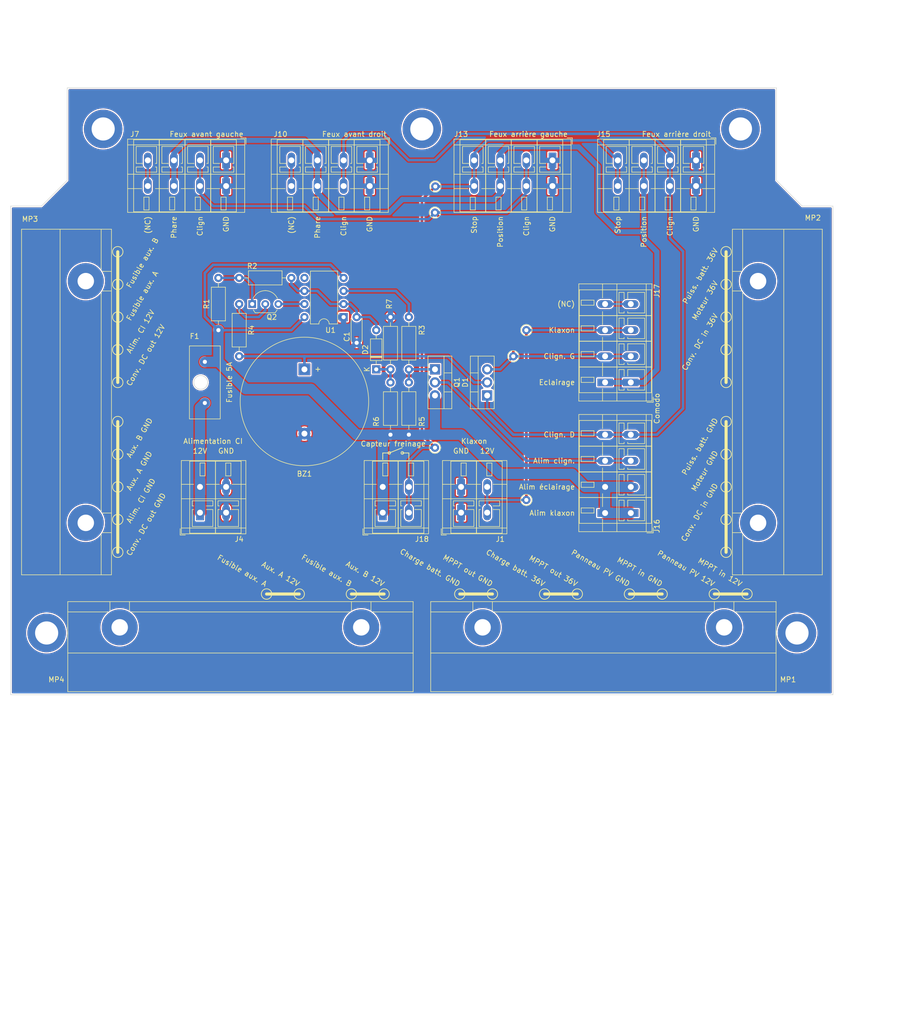
<source format=kicad_pcb>
(kicad_pcb (version 20211014) (generator pcbnew)

  (general
    (thickness 1.6)
  )

  (paper "A4")
  (layers
    (0 "F.Cu" signal)
    (31 "B.Cu" signal)
    (32 "B.Adhes" user "B.Adhesive")
    (33 "F.Adhes" user "F.Adhesive")
    (34 "B.Paste" user)
    (35 "F.Paste" user)
    (36 "B.SilkS" user "B.Silkscreen")
    (37 "F.SilkS" user "F.Silkscreen")
    (38 "B.Mask" user)
    (39 "F.Mask" user)
    (40 "Dwgs.User" user "User.Drawings")
    (41 "Cmts.User" user "User.Comments")
    (42 "Eco1.User" user "User.Eco1")
    (43 "Eco2.User" user "User.Eco2")
    (44 "Edge.Cuts" user)
    (45 "Margin" user)
    (46 "B.CrtYd" user "B.Courtyard")
    (47 "F.CrtYd" user "F.Courtyard")
    (48 "B.Fab" user)
    (49 "F.Fab" user)
    (50 "User.1" user)
    (51 "User.2" user)
    (52 "User.3" user)
    (53 "User.4" user)
    (54 "User.5" user)
    (55 "User.6" user)
    (56 "User.7" user)
    (57 "User.8" user)
    (58 "User.9" user)
  )

  (setup
    (stackup
      (layer "F.SilkS" (type "Top Silk Screen"))
      (layer "F.Paste" (type "Top Solder Paste"))
      (layer "F.Mask" (type "Top Solder Mask") (thickness 0.01))
      (layer "F.Cu" (type "copper") (thickness 0.035))
      (layer "dielectric 1" (type "core") (thickness 1.51) (material "FR4") (epsilon_r 4.5) (loss_tangent 0.02))
      (layer "B.Cu" (type "copper") (thickness 0.035))
      (layer "B.Mask" (type "Bottom Solder Mask") (thickness 0.01))
      (layer "B.Paste" (type "Bottom Solder Paste"))
      (layer "B.SilkS" (type "Bottom Silk Screen"))
      (copper_finish "None")
      (dielectric_constraints no)
    )
    (pad_to_mask_clearance 0)
    (pcbplotparams
      (layerselection 0x00010e0_ffffffff)
      (disableapertmacros false)
      (usegerberextensions false)
      (usegerberattributes true)
      (usegerberadvancedattributes true)
      (creategerberjobfile true)
      (svguseinch false)
      (svgprecision 6)
      (excludeedgelayer true)
      (plotframeref false)
      (viasonmask false)
      (mode 1)
      (useauxorigin false)
      (hpglpennumber 1)
      (hpglpenspeed 20)
      (hpglpendiameter 15.000000)
      (dxfpolygonmode true)
      (dxfimperialunits true)
      (dxfusepcbnewfont true)
      (psnegative false)
      (psa4output false)
      (plotreference true)
      (plotvalue true)
      (plotinvisibletext false)
      (sketchpadsonfab false)
      (subtractmaskfromsilk false)
      (outputformat 1)
      (mirror false)
      (drillshape 0)
      (scaleselection 1)
      (outputdirectory "")
    )
  )

  (net 0 "")
  (net 1 "GND")
  (net 2 "Net-(F1-Pad2)")
  (net 3 "Net-(D1-Pad1)")
  (net 4 "unconnected-(J7-Pad4)")
  (net 5 "unconnected-(J10-Pad4)")
  (net 6 "/Phares")
  (net 7 "Net-(J13-Pad4)")
  (net 8 "Net-(J1-Pad2)")
  (net 9 "/Flasher/Out")
  (net 10 "unconnected-(J17-Pad4)")
  (net 11 "/12V_5A")
  (net 12 "Net-(Q1-Pad1)")
  (net 13 "Net-(C1-Pad1)")
  (net 14 "Net-(D1-Pad3)")
  (net 15 "Net-(Q2-Pad1)")
  (net 16 "unconnected-(U1-Pad5)")
  (net 17 "Net-(Q2-Pad2)")
  (net 18 "/Flasher/Enable")
  (net 19 "Net-(Q2-Pad3)")
  (net 20 "Net-(R3-Pad1)")
  (net 21 "Net-(D2-Pad1)")

  (footprint "circuit:Wago_221-500_SplicingConnectorHolder" (layer "F.Cu") (at 94.615 85.09 90))

  (footprint "circuit:MountingHole_5mm" (layer "F.Cu") (at 222 32))

  (footprint "circuit:Buzzer_25x16_12.5" (layer "F.Cu") (at 137.16 78.74 -90))

  (footprint "circuit:Strap_D2.0mm_Drill1.0mm" (layer "F.Cu") (at 162.56 48.26))

  (footprint "circuit:Wago_221-500_SplicingConnectorHolder" (layer "F.Cu") (at 124.714 128.905 180))

  (footprint "circuit:Littelfuse_FuseHolder_FL1_178.6764.0001" (layer "F.Cu") (at 117.78 81.28 -90))

  (footprint "circuit:TerminalBlock_WAGO_236-402_1x02_P5.08mm_45Degree" (layer "F.Cu") (at 116.84 101.6))

  (footprint "Resistor_THT:R_Axial_DIN0207_L6.3mm_D2.5mm_P10.16mm_Horizontal" (layer "F.Cu") (at 157.48 68.58 -90))

  (footprint "circuit:TerminalBlock_WAGO_236-404_1x04_P5.08mm_45Degree" (layer "F.Cu") (at 185.42 38.1 180))

  (footprint "Package_DIP:DIP-8_W7.62mm" (layer "F.Cu") (at 144.78 68.58 180))

  (footprint "circuit:MountingHole_5mm" (layer "F.Cu") (at 87 130))

  (footprint "circuit:Strap_D2.0mm_Drill1.0mm" (layer "F.Cu") (at 177.8 76.2))

  (footprint "circuit:Strap_D2.0mm_Drill1.0mm" (layer "F.Cu") (at 180.34 104.14))

  (footprint "circuit:TerminalBlock_WAGO_236-404_1x04_P5.08mm_45Degree" (layer "F.Cu") (at 213.36 38.1 180))

  (footprint "circuit:TO-220-3_Vertical" (layer "F.Cu") (at 172.72 83.82 90))

  (footprint "Package_TO_SOT_THT:TO-92L_Inline_Wide" (layer "F.Cu") (at 127 66.04))

  (footprint "circuit:TerminalBlock_WAGO_236-404_1x04_P5.08mm_45Degree" (layer "F.Cu") (at 121.92 38.1 180))

  (footprint "Resistor_THT:R_Axial_DIN0207_L6.3mm_D2.5mm_P10.16mm_Horizontal" (layer "F.Cu") (at 153.9 78.74 90))

  (footprint "circuit:TerminalBlock_WAGO_236-404_1x04_P5.08mm_45Degree" (layer "F.Cu") (at 200.66 106.68 90))

  (footprint "Resistor_THT:R_Axial_DIN0207_L6.3mm_D2.5mm_P10.16mm_Horizontal" (layer "F.Cu") (at 157.48 91.44 90))

  (footprint "circuit:Wago_221-500_SplicingConnectorHolder" (layer "F.Cu") (at 225.425 85.09 -90))

  (footprint "Resistor_THT:R_Axial_DIN0207_L6.3mm_D2.5mm_P10.16mm_Horizontal" (layer "F.Cu") (at 124.46 66.04 -90))

  (footprint "Resistor_THT:R_Axial_DIN0207_L6.3mm_D2.5mm_P10.16mm_Horizontal" (layer "F.Cu") (at 153.9 91.45 90))

  (footprint "circuit:Strap_D2.0mm_Drill1.0mm" (layer "F.Cu") (at 162.56 93.98))

  (footprint "Resistor_THT:R_Axial_DIN0207_L6.3mm_D2.5mm_P10.16mm_Horizontal" (layer "F.Cu") (at 120.42 71.12 90))

  (footprint "Resistor_THT:R_Axial_DIN0207_L6.3mm_D2.5mm_P10.16mm_Horizontal" (layer "F.Cu") (at 124.46 60.96))

  (footprint "circuit:Strap_D2.0mm_Drill1.0mm" (layer "F.Cu") (at 180.34 71.12))

  (footprint "circuit:MountingHole_5mm" (layer "F.Cu") (at 233 130))

  (footprint "Capacitor_THT:C_Disc_D4.3mm_W1.9mm_P5.00mm" (layer "F.Cu") (at 147.32 68.58 -90))

  (footprint "circuit:Strap_D2.0mm_Drill1.0mm" (layer "F.Cu") (at 162.63 43.18))

  (footprint "circuit:MountingHole_5mm" (layer "F.Cu") (at 160 32))

  (footprint "circuit:TerminalBlock_WAGO_236-402_1x02_P5.08mm_45Degree" (layer "F.Cu") (at 167.64 101.6))

  (footprint "circuit:Wago_221-500_SplicingConnectorHolder" (layer "F.Cu") (at 195.326 128.905 180))

  (footprint "circuit:TerminalBlock_WAGO_236-402_1x02_P5.08mm_45Degree" (layer "F.Cu")
    (tedit 67A265E1) (tstamp ee376e01-fd87-460d-8054-53f57dc05951)
    (at 152.4 101.6)
    (descr "Terminal Block WAGO 236-402, 45Degree (cable under 45degree), 2 pins, pitch 5.08mm, size 12.3x14mm^2, drill diamater 1.15mm, pad diameter 3mm")
    (tags "THT Terminal Block WAGO 236-402 45Degree pitch 5.08mm size 12.3x14mm^2 drill 1.15mm pad 3mm")
    (property "Sheetfile" "circuit.kicad_sch")
    (property "Sheetname" "")
    (path "/e25831d2-9583-475c-a839-189f3156583f")
    (attr through_hole)
    (fp_text reference "J18" (at 7.62 10.16) (layer "F.SilkS")
      (effects (font (size 1 1) (thickness 0.15)))
      (tstamp 175f684d-92dc-4084-af1e-22bc5bc50d25)
    )
    (fp_text value "Conn_Capteur_Frein" (at 2.65 10.12) (layer "F.Fab")
      (effects (font (size 1 1) (thickness 0.15)))
      (tstamp 0d534b72-5306-46c6-9563-49def60cf8fb)
    )
    (fp_text user "${REFERENCE}" (at 2.65 1) (layer "F.Fab")
      (effects (font (size 1 1) (thickness 0.15)))
      (tstamp 726c2331-a98a-4d12-917a-a44d3c79618f)
    )
    (fp_line (start -1.5 4.4) (end -1.5 7.7) (layer "F.SilkS") (width 0.12) (tstamp 02b6e651-d384-4f04-84a9-3519ce5127b2))
    (fp_line (start -1.5 2.7) (end 2.5 2.7) (layer "F.SilkS") (width 0.12) (tstamp 066fa8df-f77f-4478-9347-a28db3b431aa))
    (fp_line (start 5 -4.65) (end 6 -4.65) (layer "F.SilkS") (width 0.12) (tstamp 0d6f2784-043f-49a0-b187-bbfcbd7ef31c))
    (fp_line (start 1 -4.65) (end 1 -2.151) (layer "F.SilkS") (width 0.12) (tstamp 133f4d99-c5f7-4b84-a518-c3490438ea1c))
    (fp_line (start 0 -4.65) (end 1 -4.65) (layer "F.SilkS") (width 0.12) (tstamp 1d74ba71-506f-4188-9a7a-27bdbf2b3c93))
    (fp_line (start 0 -4.65) (end 0 -2.151) (layer "F.SilkS") (width 0.12) (tstamp 1dbc54f7-3429-4a07-9b18-1a2ee6fa228a))
    (fp_line (start -3.62 9.12)
... [921681 chars truncated]
</source>
